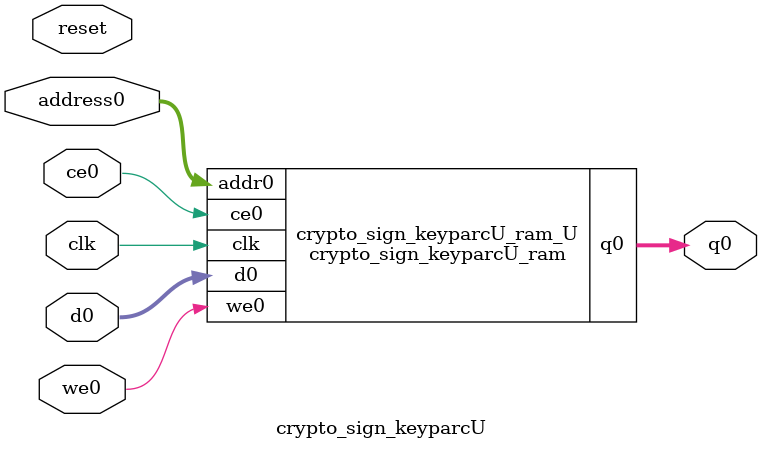
<source format=v>
`timescale 1 ns / 1 ps
module crypto_sign_keyparcU_ram (addr0, ce0, d0, we0, q0,  clk);

parameter DWIDTH = 16;
parameter AWIDTH = 6;
parameter MEM_SIZE = 48;

input[AWIDTH-1:0] addr0;
input ce0;
input[DWIDTH-1:0] d0;
input we0;
output reg[DWIDTH-1:0] q0;
input clk;

(* ram_style = "distributed" *)reg [DWIDTH-1:0] ram[0:MEM_SIZE-1];




always @(posedge clk)  
begin 
    if (ce0) begin
        if (we0) 
            ram[addr0] <= d0; 
        q0 <= ram[addr0];
    end
end


endmodule

`timescale 1 ns / 1 ps
module crypto_sign_keyparcU(
    reset,
    clk,
    address0,
    ce0,
    we0,
    d0,
    q0);

parameter DataWidth = 32'd16;
parameter AddressRange = 32'd48;
parameter AddressWidth = 32'd6;
input reset;
input clk;
input[AddressWidth - 1:0] address0;
input ce0;
input we0;
input[DataWidth - 1:0] d0;
output[DataWidth - 1:0] q0;



crypto_sign_keyparcU_ram crypto_sign_keyparcU_ram_U(
    .clk( clk ),
    .addr0( address0 ),
    .ce0( ce0 ),
    .we0( we0 ),
    .d0( d0 ),
    .q0( q0 ));

endmodule


</source>
